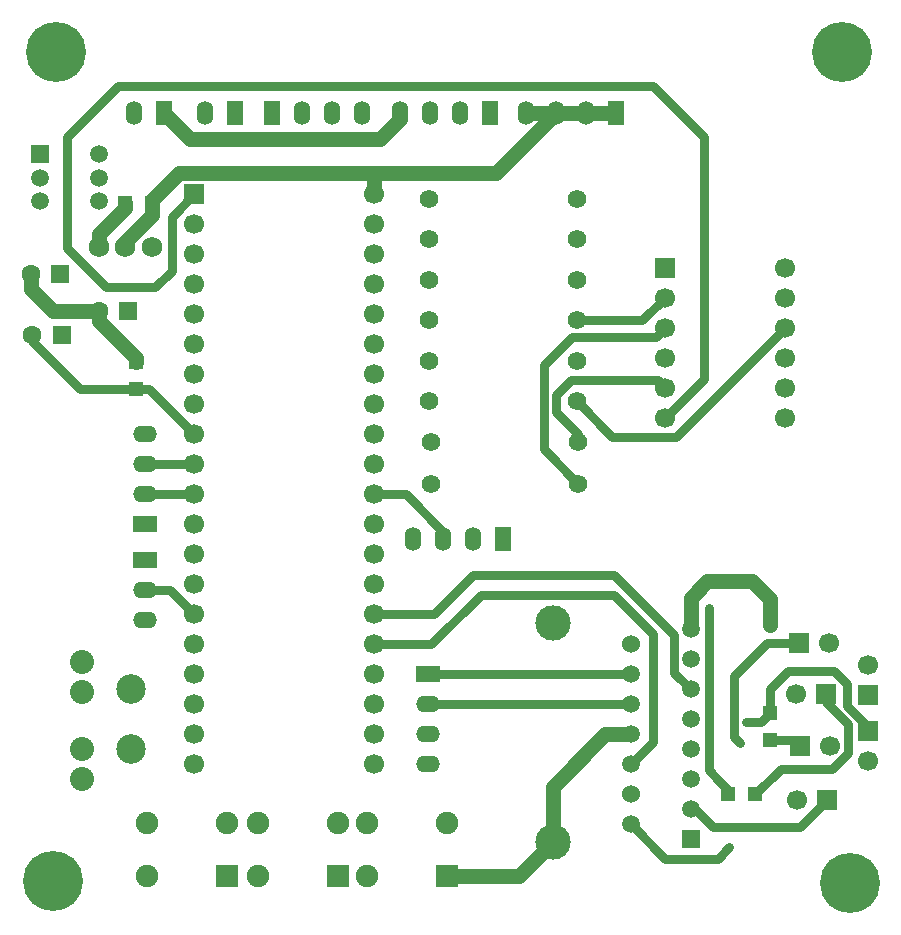
<source format=gbl>
G04 Layer_Physical_Order=2*
G04 Layer_Color=16711680*
%FSLAX24Y24*%
%MOIN*%
G70*
G01*
G75*
%ADD12R,0.0500X0.0500*%
%ADD13C,0.0300*%
%ADD14C,0.0500*%
%ADD15O,0.0551X0.0787*%
%ADD16R,0.0551X0.0787*%
%ADD17C,0.0591*%
%ADD18C,0.0600*%
%ADD19C,0.1181*%
%ADD20R,0.0591X0.0591*%
%ADD21C,0.0620*%
%ADD22C,0.0800*%
%ADD23C,0.0669*%
%ADD24R,0.0669X0.0669*%
%ADD25C,0.2000*%
%ADD26R,0.0669X0.0669*%
%ADD27C,0.0689*%
%ADD28R,0.0630X0.0630*%
%ADD29C,0.0630*%
%ADD30O,0.0787X0.0551*%
%ADD31R,0.0787X0.0551*%
%ADD32C,0.0984*%
%ADD33C,0.0748*%
%ADD34R,0.0748X0.0748*%
%ADD35C,0.0240*%
%ADD36R,0.0500X0.0500*%
D12*
X4650Y19300D02*
D03*
X4650Y18400D02*
D03*
X25800Y7600D02*
D03*
X25800Y6700D02*
D03*
D13*
X14900Y13400D02*
Y13650D01*
X13650Y14900D02*
X14900Y13650D01*
X12600Y14900D02*
X13650D01*
X4050Y28500D02*
X21900D01*
X2350Y26800D02*
X4050Y28500D01*
X2350Y23100D02*
Y26800D01*
X21900Y28500D02*
X23600Y26800D01*
X4950Y11700D02*
X5800D01*
X29050Y7000D02*
Y7156D01*
Y6894D02*
Y7000D01*
X25000Y9250D02*
X25700Y9950D01*
X24600Y8850D02*
X25000Y9250D01*
X5800Y11700D02*
X6600Y10900D01*
X4950Y14900D02*
X6600D01*
X4950Y15900D02*
X6600D01*
X24600Y6800D02*
X24800Y6600D01*
X24600Y6800D02*
Y8850D01*
X24400Y4900D02*
Y5050D01*
X24100Y5350D02*
X24400Y5050D01*
X23750Y5700D02*
X24100Y5350D01*
X23750Y5700D02*
Y11100D01*
X26600Y6700D02*
X26800Y6500D01*
X25800Y6700D02*
X26600D01*
X25500Y7300D02*
X25800Y7600D01*
X25000Y7300D02*
X25500D01*
X25800Y8400D02*
X26400Y9000D01*
X25800Y7600D02*
Y8400D01*
X26150Y5750D02*
X27877D01*
X25300Y4900D02*
X26150Y5750D01*
X25300Y4900D02*
Y4900D01*
X23900Y3800D02*
X26800D01*
X23300Y4400D02*
X23900Y3800D01*
X23150Y4400D02*
X23300D01*
X26400Y9000D02*
X27923D01*
X28350Y8573D01*
Y7856D02*
Y8573D01*
Y7856D02*
X29050Y7156D01*
X27650Y7990D02*
X28385Y7256D01*
Y6258D02*
Y7256D01*
X27650Y7990D02*
Y8250D01*
X27877Y5750D02*
X28385Y6258D01*
X25700Y9950D02*
X26750D01*
X26800Y3800D02*
X27700Y4700D01*
X21150Y3900D02*
X22300Y2750D01*
X24050D01*
X24425Y3125D01*
X20600Y11550D02*
X21900Y10250D01*
Y6650D02*
Y10250D01*
X20600Y12200D02*
X22605Y10195D01*
X21150Y5900D02*
X21900Y6650D01*
X16150Y11550D02*
X20600D01*
X15900Y12200D02*
X20600D01*
X22605Y8945D02*
Y10195D01*
X14500Y9900D02*
X16150Y11550D01*
X12600Y9900D02*
X14500D01*
X14600Y10900D02*
X15900Y12200D01*
X12600Y10900D02*
X14600D01*
X22605Y8945D02*
X23150Y8400D01*
X14400Y8900D02*
X21150D01*
X14400Y7900D02*
X21150D01*
X19150Y18700D02*
X22050D01*
X18650Y18200D02*
X19150Y18700D01*
X18650Y17650D02*
Y18200D01*
Y17650D02*
X19401Y16899D01*
X22050Y18700D02*
X22300Y18450D01*
X21541Y20691D02*
X22300Y21450D01*
X19351Y20691D02*
X21541D01*
X19200Y20131D02*
X21981D01*
X18250Y16391D02*
Y19200D01*
X18269D02*
X19200Y20131D01*
X18250Y19200D02*
X18269D01*
X18250Y16391D02*
X19401Y15241D01*
X21981Y20131D02*
X22300Y20450D01*
X19401Y16641D02*
Y16899D01*
X22300Y17450D02*
X23600Y18750D01*
Y26800D01*
X2350Y23100D02*
X3650Y21800D01*
X5300D01*
X5850Y22350D01*
Y24150D01*
X6600Y24900D01*
X22650Y16800D02*
X26300Y20450D01*
X20541Y16800D02*
X22650D01*
X19351Y17991D02*
X20541Y16800D01*
X2800Y18400D02*
X4650D01*
X1200Y20000D02*
X2800Y18400D01*
X1200Y20000D02*
Y20200D01*
X4650Y18400D02*
X5100D01*
X6600Y16900D01*
D14*
X16650Y25600D02*
X18650Y27600D01*
X12600Y25600D02*
X16650D01*
X6450Y26750D02*
X12800D01*
X5600Y27600D02*
X6450Y26750D01*
X4300Y24450D02*
Y24600D01*
X3414Y23564D02*
X4300Y24450D01*
X3414Y23150D02*
Y23564D01*
X25800Y10550D02*
Y11400D01*
X25200Y12000D02*
X25800Y11400D01*
X23700Y12000D02*
X25200D01*
X23150Y11450D02*
X23700Y12000D01*
X23150Y10400D02*
Y11450D01*
X12600Y24900D02*
Y25600D01*
X6100D02*
X12600D01*
X12800Y26750D02*
X13450Y27400D01*
X5200Y24700D02*
X6100Y25600D01*
X5200Y24600D02*
Y24700D01*
X13450Y27400D02*
Y27600D01*
X20300Y6900D02*
X21150D01*
X18550Y5150D02*
X20300Y6900D01*
X18550Y3300D02*
Y5150D01*
X15039Y2164D02*
X17414D01*
X18550Y3300D01*
X5200Y24200D02*
Y24600D01*
X4300Y23300D02*
X5200Y24200D01*
X4300Y23150D02*
Y23300D01*
X17650Y27600D02*
X18650D01*
X19650D01*
X20650D01*
X4650Y19300D02*
Y19450D01*
X3416Y20684D02*
X4650Y19450D01*
X3416Y20684D02*
Y21000D01*
X1900D02*
X3416D01*
X1158Y21742D02*
X1900Y21000D01*
X1158Y21742D02*
Y22250D01*
D15*
X13900Y13400D02*
D03*
X14900D02*
D03*
X15900D02*
D03*
X6950Y27600D02*
D03*
X4600D02*
D03*
X12200D02*
D03*
X11200D02*
D03*
X10200D02*
D03*
X17650D02*
D03*
X18650D02*
D03*
X19650D02*
D03*
X13450D02*
D03*
X14450D02*
D03*
X15450D02*
D03*
D16*
X16900Y13400D02*
D03*
X7950Y27600D02*
D03*
X5600D02*
D03*
X9200D02*
D03*
X20650D02*
D03*
X16450D02*
D03*
D17*
X21150Y5900D02*
D03*
Y6900D02*
D03*
Y7900D02*
D03*
Y8900D02*
D03*
Y3900D02*
D03*
X23150Y10400D02*
D03*
Y9400D02*
D03*
Y8400D02*
D03*
Y7400D02*
D03*
Y6400D02*
D03*
Y5400D02*
D03*
Y4400D02*
D03*
X3434Y25450D02*
D03*
Y26237D02*
D03*
X1466Y24663D02*
D03*
Y25450D02*
D03*
X3434Y24663D02*
D03*
D18*
X21150Y9900D02*
D03*
Y4900D02*
D03*
D19*
X18550Y10600D02*
D03*
Y3300D02*
D03*
D20*
X23150Y3400D02*
D03*
X1466Y26237D02*
D03*
D21*
X19401Y15241D02*
D03*
X14479D02*
D03*
X19401Y16641D02*
D03*
X14479D02*
D03*
X19351Y17991D02*
D03*
X14429D02*
D03*
X19351Y19341D02*
D03*
X14429D02*
D03*
X19351Y20691D02*
D03*
X14429D02*
D03*
X19351Y22041D02*
D03*
X14429D02*
D03*
X19351Y23391D02*
D03*
X14429D02*
D03*
X19351Y24741D02*
D03*
X14429D02*
D03*
D22*
X2850Y8300D02*
D03*
Y9300D02*
D03*
Y6400D02*
D03*
Y5400D02*
D03*
D23*
X12600Y5900D02*
D03*
Y6900D02*
D03*
Y7900D02*
D03*
Y8900D02*
D03*
Y9900D02*
D03*
Y10900D02*
D03*
Y11900D02*
D03*
Y12900D02*
D03*
Y13900D02*
D03*
Y14900D02*
D03*
Y15900D02*
D03*
Y16900D02*
D03*
Y17900D02*
D03*
Y18900D02*
D03*
Y19900D02*
D03*
Y20900D02*
D03*
Y21900D02*
D03*
Y22900D02*
D03*
Y23900D02*
D03*
Y24900D02*
D03*
X6600Y5900D02*
D03*
Y6900D02*
D03*
Y7900D02*
D03*
Y8900D02*
D03*
Y9900D02*
D03*
Y10900D02*
D03*
Y11900D02*
D03*
Y12900D02*
D03*
Y13900D02*
D03*
Y14900D02*
D03*
Y15900D02*
D03*
Y16900D02*
D03*
Y17900D02*
D03*
Y18900D02*
D03*
Y19900D02*
D03*
Y20900D02*
D03*
Y21900D02*
D03*
Y22900D02*
D03*
Y23900D02*
D03*
X29050Y6000D02*
D03*
Y9200D02*
D03*
X26700Y4700D02*
D03*
X27800Y6500D02*
D03*
X26650Y8250D02*
D03*
X27750Y9950D02*
D03*
X26300Y22450D02*
D03*
Y21450D02*
D03*
Y20450D02*
D03*
Y19450D02*
D03*
Y18450D02*
D03*
Y17450D02*
D03*
X22300D02*
D03*
Y18450D02*
D03*
Y19450D02*
D03*
Y20450D02*
D03*
Y21450D02*
D03*
D24*
X6600Y24900D02*
D03*
X27700Y4700D02*
D03*
X26800Y6500D02*
D03*
X27650Y8250D02*
D03*
X26750Y9950D02*
D03*
D25*
X28450Y1950D02*
D03*
X2000Y29650D02*
D03*
X28200D02*
D03*
X1900Y2000D02*
D03*
D26*
X29050Y7000D02*
D03*
Y8200D02*
D03*
X22300Y22450D02*
D03*
D27*
X3414Y23150D02*
D03*
X4300D02*
D03*
X5186D02*
D03*
D28*
X2142Y22250D02*
D03*
X4400Y21000D02*
D03*
X2184Y20200D02*
D03*
D29*
X1158Y22250D02*
D03*
X3416Y21000D02*
D03*
X1200Y20200D02*
D03*
D30*
X4950Y16900D02*
D03*
Y15900D02*
D03*
Y14900D02*
D03*
X14400Y5900D02*
D03*
Y6900D02*
D03*
Y7900D02*
D03*
X4950Y11700D02*
D03*
Y10700D02*
D03*
D31*
Y13900D02*
D03*
X14400Y8900D02*
D03*
X4950Y12700D02*
D03*
D32*
X4500Y6400D02*
D03*
Y8400D02*
D03*
D33*
X8711Y2164D02*
D03*
Y3936D02*
D03*
X11389D02*
D03*
X5011Y2164D02*
D03*
Y3936D02*
D03*
X7689D02*
D03*
X12361Y2164D02*
D03*
Y3936D02*
D03*
X15039D02*
D03*
D34*
X11389Y2164D02*
D03*
X7689D02*
D03*
X15039D02*
D03*
D35*
X25800Y10550D02*
D03*
X25000Y9250D02*
D03*
X24800Y6600D02*
D03*
X24100Y5350D02*
D03*
X25000Y7300D02*
D03*
X23750Y11100D02*
D03*
X24425Y3125D02*
D03*
D36*
X4300Y24600D02*
D03*
X5200Y24600D02*
D03*
X24400Y4900D02*
D03*
X25300Y4900D02*
D03*
M02*

</source>
